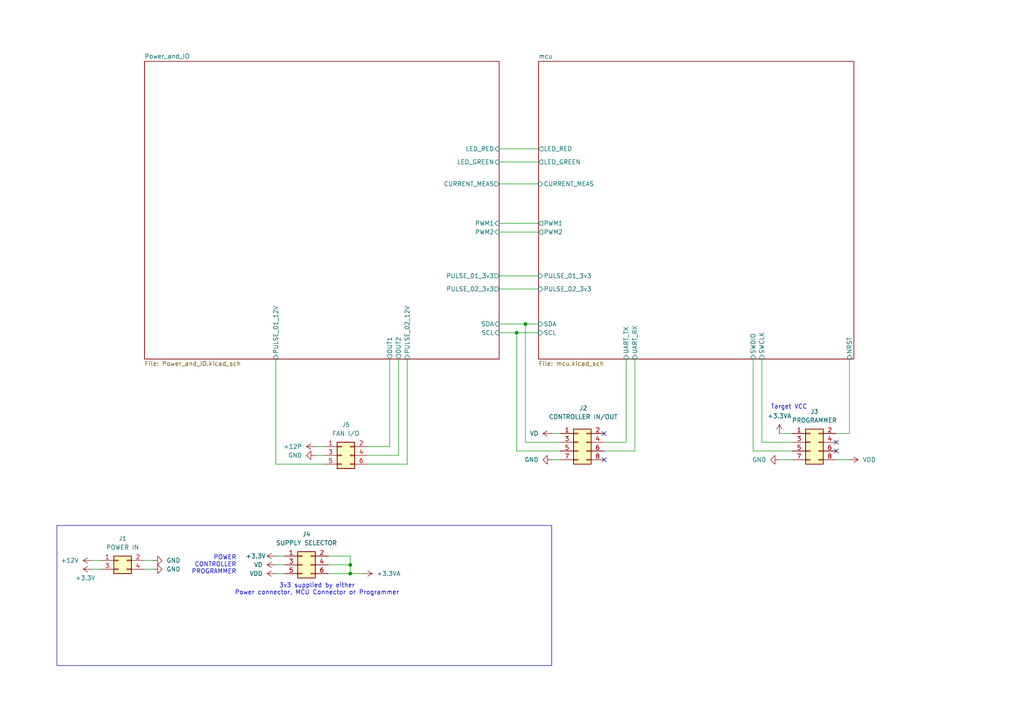
<source format=kicad_sch>
(kicad_sch (version 20231120) (generator "eeschema") (generator_version "8.0")
  (paper "A4")
  (title_block (title "Fan Controller") (date "2025-01-06") (rev "RA01"))
  (lib_symbols
    (symbol "Connector_Generic:Conn_02x02_Odd_Even" (pin_names (offset 1.016) hide)
      (property "Reference" "J" (at 1.27 2.54 0))
      (property "Value" "Conn_02x02_Odd_Even" (at 1.27 -5.08 0))
      (symbol "Conn_02x02_Odd_Even_1_1"
        (rectangle (start -1.27 -2.413) (end 0 -2.667) (stroke (width 0.1524)))
        (rectangle (start -1.27 0.127) (end 0 -0.127) (stroke (width 0.1524)))
        (rectangle (start -1.27 1.27) (end 3.81 -3.81) (stroke (width 0.254)) (fill (type background)))
        (rectangle (start 3.81 -2.413) (end 2.54 -2.667) (stroke (width 0.1524)))
        (rectangle (start 3.81 0.127) (end 2.54 -0.127) (stroke (width 0.1524)))
        (pin passive line (at -5.08 0 0) (length 3.81) (name "Pin_1") (number "1"))
        (pin passive line (at 7.62 0 180) (length 3.81) (name "Pin_2") (number "2"))
        (pin passive line (at -5.08 -2.54 0) (length 3.81) (name "Pin_3") (number "3"))
        (pin passive line (at 7.62 -2.54 180) (length 3.81) (name "Pin_4") (number "4"))
      )
    )
    (symbol "Connector_Generic:Conn_02x03_Odd_Even" (pin_names (offset 1.016) hide)
      (property "Reference" "J" (at 1.27 5.08 0))
      (property "Value" "Conn_02x03_Odd_Even" (at 1.27 -5.08 0))
      (symbol "Conn_02x03_Odd_Even_1_1"
        (rectangle (start -1.27 -2.413) (end 0 -2.667) (stroke (width 0.1524)))
        (rectangle (start -1.27 0.127) (end 0 -0.127) (stroke (width 0.1524)))
        (rectangle (start -1.27 2.667) (end 0 2.413) (stroke (width 0.1524)))
        (rectangle (start -1.27 3.81) (end 3.81 -3.81) (stroke (width 0.254)) (fill (type background)))
        (rectangle (start 3.81 -2.413) (end 2.54 -2.667) (stroke (width 0.1524)))
        (rectangle (start 3.81 0.127) (end 2.54 -0.127) (stroke (width 0.1524)))
        (rectangle (start 3.81 2.667) (end 2.54 2.413) (stroke (width 0.1524)))
        (pin passive line (at -5.08 2.54 0) (length 3.81) (name "Pin_1") (number "1"))
        (pin passive line (at 7.62 2.54 180) (length 3.81) (name "Pin_2") (number "2"))
        (pin passive line (at -5.08 0 0) (length 3.81) (name "Pin_3") (number "3"))
        (pin passive line (at 7.62 0 180) (length 3.81) (name "Pin_4") (number "4"))
        (pin passive line (at -5.08 -2.54 0) (length 3.81) (name "Pin_5") (number "5"))
        (pin passive line (at 7.62 -2.54 180) (length 3.81) (name "Pin_6") (number "6"))
      )
    )
    (symbol "Connector_Generic:Conn_02x04_Odd_Even" (pin_names (offset 1.016) hide)
      (property "Reference" "J" (at 1.27 5.08 0))
      (property "Value" "Conn_02x04_Odd_Even" (at 1.27 -7.62 0))
      (symbol "Conn_02x04_Odd_Even_1_1"
        (rectangle (start -1.27 -4.953) (end 0 -5.207) (stroke (width 0.1524)))
        (rectangle (start -1.27 -2.413) (end 0 -2.667) (stroke (width 0.1524)))
        (rectangle (start -1.27 0.127) (end 0 -0.127) (stroke (width 0.1524)))
        (rectangle (start -1.27 2.667) (end 0 2.413) (stroke (width 0.1524)))
        (rectangle (start -1.27 3.81) (end 3.81 -6.35) (stroke (width 0.254)) (fill (type background)))
        (rectangle (start 3.81 -4.953) (end 2.54 -5.207) (stroke (width 0.1524)))
        (rectangle (start 3.81 -2.413) (end 2.54 -2.667) (stroke (width 0.1524)))
        (rectangle (start 3.81 0.127) (end 2.54 -0.127) (stroke (width 0.1524)))
        (rectangle (start 3.81 2.667) (end 2.54 2.413) (stroke (width 0.1524)))
        (pin passive line (at -5.08 2.54 0) (length 3.81) (name "Pin_1") (number "1"))
        (pin passive line (at 7.62 2.54 180) (length 3.81) (name "Pin_2") (number "2"))
        (pin passive line (at -5.08 0 0) (length 3.81) (name "Pin_3") (number "3"))
        (pin passive line (at 7.62 0 180) (length 3.81) (name "Pin_4") (number "4"))
        (pin passive line (at -5.08 -2.54 0) (length 3.81) (name "Pin_5") (number "5"))
        (pin passive line (at 7.62 -2.54 180) (length 3.81) (name "Pin_6") (number "6"))
        (pin passive line (at -5.08 -5.08 0) (length 3.81) (name "Pin_7") (number "7"))
        (pin passive line (at 7.62 -5.08 180) (length 3.81) (name "Pin_8") (number "8"))
      )
    )
    (symbol "power:+12P" (power) (pin_numbers hide) (pin_names (offset 0) hide)
      (property "Value" "+12P" (at 0 3.556 0))
      (symbol "+12P_0_1"
        (polyline (pts (xy -0.762 1.27) (xy 0 2.54)))
        (polyline (pts (xy 0 0) (xy 0 2.54)))
        (polyline (pts (xy 0 2.54) (xy 0.762 1.27)))
      )
      (symbol "+12P_1_1"
        (pin power_in line (at 0 0 90) (length 0) (name "~") (number "1"))
      )
    )
    (symbol "power:+12V" (power) (pin_numbers hide) (pin_names (offset 0) hide)
      (property "Value" "+12V" (at 0 3.556 0))
      (symbol "+12V_0_1"
        (polyline (pts (xy -0.762 1.27) (xy 0 2.54)))
        (polyline (pts (xy 0 0) (xy 0 2.54)))
        (polyline (pts (xy 0 2.54) (xy 0.762 1.27)))
      )
      (symbol "+12V_1_1"
        (pin power_in line (at 0 0 90) (length 0) (name "~") (number "1"))
      )
    )
    (symbol "power:+3.3V" (power) (pin_numbers hide) (pin_names (offset 0) hide)
      (property "Value" "+3.3V" (at 0 3.556 0))
      (symbol "+3.3V_0_1"
        (polyline (pts (xy -0.762 1.27) (xy 0 2.54)))
        (polyline (pts (xy 0 0) (xy 0 2.54)))
        (polyline (pts (xy 0 2.54) (xy 0.762 1.27)))
      )
      (symbol "+3.3V_1_1"
        (pin power_in line (at 0 0 90) (length 0) (name "~") (number "1"))
      )
    )
    (symbol "power:+3.3VA" (power) (pin_numbers hide) (pin_names (offset 0) hide)
      (property "Value" "+3.3VA" (at 0 3.556 0))
      (symbol "+3.3VA_0_1"
        (polyline (pts (xy -0.762 1.27) (xy 0 2.54)))
        (polyline (pts (xy 0 0) (xy 0 2.54)))
        (polyline (pts (xy 0 2.54) (xy 0.762 1.27)))
      )
      (symbol "+3.3VA_1_1"
        (pin power_in line (at 0 0 90) (length 0) (name "~") (number "1"))
      )
    )
    (symbol "power:GND" (power) (pin_numbers hide) (pin_names (offset 0) hide)
      (property "Value" "GND" (at 0 -3.81 0))
      (symbol "GND_0_1"
        (polyline (pts (xy 0 0) (xy 0 -1.27) (xy 1.27 -1.27) (xy 0 -2.54) (xy -1.27 -1.27) (xy 0 -1.27)))
      )
      (symbol "GND_1_1"
        (pin power_in line (at 0 0 270) (length 0) (name "~") (number "1"))
      )
    )
    (symbol "power:VD" (power) (pin_numbers hide) (pin_names (offset 0) hide)
      (property "Value" "VD" (at 0 3.556 0))
      (symbol "VD_0_1"
        (polyline (pts (xy -0.762 1.27) (xy 0 2.54)))
        (polyline (pts (xy 0 0) (xy 0 2.54)))
        (polyline (pts (xy 0 2.54) (xy 0.762 1.27)))
      )
      (symbol "VD_1_1"
        (pin power_in line (at 0 0 90) (length 0) (name "~") (number "1"))
      )
    )
    (symbol "power:VDD" (power) (pin_numbers hide) (pin_names (offset 0) hide)
      (property "Value" "VDD" (at 0 3.556 0))
      (symbol "VDD_0_1"
        (polyline (pts (xy -0.762 1.27) (xy 0 2.54)))
        (polyline (pts (xy 0 0) (xy 0 2.54)))
        (polyline (pts (xy 0 2.54) (xy 0.762 1.27)))
      )
      (symbol "VDD_1_1"
        (pin power_in line (at 0 0 90) (length 0) (name "~") (number "1"))
      )
    )
  )
  (junction (at 152.4 93.98))
  (junction (at 149.86 96.52))
  (junction (at 101.6 163.83))
  (junction (at 101.6 166.37))
  (no_connect (at 242.57 128.27))
  (no_connect (at 175.26 133.35))
  (no_connect (at 175.26 125.73))
  (no_connect (at 242.57 130.81))
  (wire (pts (xy 144.78 67.31) (xy 156.21 67.31)))
  (wire (pts (xy 242.57 125.73) (xy 246.38 125.73)))
  (wire (pts (xy 41.91 165.1) (xy 44.45 165.1)))
  (wire (pts (xy 246.38 104.14) (xy 246.38 125.73)))
  (wire (pts (xy 175.26 130.81) (xy 184.15 130.81)))
  (wire (pts (xy 220.98 128.27) (xy 220.98 104.14)))
  (wire (pts (xy 184.15 130.81) (xy 184.15 104.14)))
  (wire (pts (xy 218.44 130.81) (xy 218.44 104.14)))
  (wire (pts (xy 175.26 128.27) (xy 181.61 128.27)))
  (wire (pts (xy 152.4 93.98) (xy 152.4 128.27)))
  (wire (pts (xy 160.02 133.35) (xy 162.56 133.35)))
  (wire (pts (xy 80.01 163.83) (xy 82.55 163.83)))
  (wire (pts (xy 80.01 134.62) (xy 80.01 104.14)))
  (wire (pts (xy 144.78 96.52) (xy 149.86 96.52)))
  (wire (pts (xy 101.6 161.29) (xy 101.6 163.83)))
  (wire (pts (xy 106.68 132.08) (xy 115.57 132.08)))
  (wire (pts (xy 181.61 128.27) (xy 181.61 104.14)))
  (wire (pts (xy 115.57 132.08) (xy 115.57 104.14)))
  (wire (pts (xy 95.25 166.37) (xy 101.6 166.37)))
  (wire (pts (xy 95.25 163.83) (xy 101.6 163.83)))
  (wire (pts (xy 152.4 128.27) (xy 162.56 128.27)))
  (wire (pts (xy 144.78 80.01) (xy 156.21 80.01)))
  (wire (pts (xy 149.86 130.81) (xy 162.56 130.81)))
  (wire (pts (xy 80.01 166.37) (xy 82.55 166.37)))
  (wire (pts (xy 95.25 161.29) (xy 101.6 161.29)))
  (wire (pts (xy 160.02 125.73) (xy 162.56 125.73)))
  (wire (pts (xy 144.78 53.34) (xy 156.21 53.34)))
  (wire (pts (xy 149.86 96.52) (xy 156.21 96.52)))
  (wire (pts (xy 144.78 64.77) (xy 156.21 64.77)))
  (wire (pts (xy 152.4 93.98) (xy 156.21 93.98)))
  (wire (pts (xy 106.68 129.54) (xy 113.03 129.54)))
  (wire (pts (xy 106.68 134.62) (xy 118.11 134.62)))
  (wire (pts (xy 26.67 165.1) (xy 29.21 165.1)))
  (wire (pts (xy 91.44 132.08) (xy 93.98 132.08)))
  (wire (pts (xy 144.78 93.98) (xy 152.4 93.98)))
  (wire (pts (xy 41.91 162.56) (xy 44.45 162.56)))
  (wire (pts (xy 26.67 162.56) (xy 29.21 162.56)))
  (wire (pts (xy 80.01 134.62) (xy 93.98 134.62)))
  (wire (pts (xy 105.41 166.37) (xy 101.6 166.37)))
  (wire (pts (xy 144.78 46.99) (xy 156.21 46.99)))
  (wire (pts (xy 220.98 128.27) (xy 229.87 128.27)))
  (wire (pts (xy 226.06 133.35) (xy 229.87 133.35)))
  (wire (pts (xy 226.06 125.73) (xy 229.87 125.73)))
  (wire (pts (xy 242.57 133.35) (xy 246.38 133.35)))
  (wire (pts (xy 149.86 96.52) (xy 149.86 130.81)))
  (wire (pts (xy 101.6 166.37) (xy 101.6 163.83)))
  (wire (pts (xy 113.03 129.54) (xy 113.03 104.14)))
  (wire (pts (xy 118.11 134.62) (xy 118.11 104.14)))
  (wire (pts (xy 82.55 161.29) (xy 80.01 161.29)))
  (wire (pts (xy 144.78 43.18) (xy 156.21 43.18)))
  (wire (pts (xy 91.44 129.54) (xy 93.98 129.54)))
  (wire (pts (xy 218.44 130.81) (xy 229.87 130.81)))
  (wire (pts (xy 144.78 83.82) (xy 156.21 83.82)))
  (rectangle (start 16.51 152.4) (end 160.02 193.04))
  (text "3v3 supplied by either\nPower connector, MCU Connector or Programmer\n" (at 91.948 170.942 0) (effects (font (size 1.27 1.27))))
  (text "Target VCC" (at 228.854 118.11 0) (effects (font (size 1.27 1.27))))
  (text "POWER\nCONTROLLER\nPROGRAMMER" (at 68.58 163.83 0) (effects (font (size 1.27 1.27)) (justify right)))
  (symbol (lib_id "Connector_Generic:Conn_02x03_Odd_Even") (at 99.06 132.08 0) (unit 1)
    (property "Reference" "J5" (at 100.33 123.19 0))
    (property "Value" "FAN I/O" (at 100.33 125.73 0))
    (property "Description" "Generic connector, double row, 02x03, odd/even pin numbering scheme (row 1 odd numbers, row 2 even numbers), script generated (kicad-library-utils/schlib/autogen/connector/)" (effects (hide yes)))
  )
  (symbol (lib_id "Connector_Generic:Conn_02x04_Odd_Even") (at 234.95 128.27 0) (unit 1)
    (property "Reference" "J3" (at 236.22 119.38 0))
    (property "Value" "PROGRAMMER" (at 236.22 121.92 0))
    (property "Description" "Generic connector, double row, 02x04, odd/even pin numbering scheme (row 1 odd numbers, row 2 even numbers), script generated (kicad-library-utils/schlib/autogen/connector/)" (effects (hide yes)))
  )
  (symbol (lib_id "power:GND") (at 91.44 132.08 270) (unit 1)
    (property "Reference" "#PWR014" (effects (hide yes)))
    (property "Value" "GND" (at 87.63 132.0799 90) (effects (justify right)))
    (property "Description" "Power symbol creates a global label with name \"GND\" , ground" (effects (hide yes)))
  )
  (symbol (lib_id "power:VDD") (at 246.38 133.35 270) (unit 1)
    (property "Reference" "#PWR039" (effects (hide yes)))
    (property "Value" "VDD" (at 250.19 133.3499 90) (effects (justify left)))
    (property "Description" "Power symbol creates a global label with name \"VDD\"" (effects (hide yes)))
  )
  (symbol (lib_id "power:VD") (at 80.01 163.83 90) (unit 1)
    (property "Reference" "#PWR036" (effects (hide yes)))
    (property "Value" "VD" (at 76.2 163.8299 90) (effects (justify left)))
    (property "Description" "Power symbol creates a global label with name \"VD\"" (effects (hide yes)))
  )
  (symbol (lib_id "power:+12P") (at 91.44 129.54 90) (unit 1)
    (property "Reference" "#PWR034" (effects (hide yes)))
    (property "Value" "+12P" (at 87.63 129.5399 90) (effects (justify left)))
    (property "Description" "Power symbol creates a global label with name \"+12P\"" (effects (hide yes)))
  )
  (symbol (lib_id "power:+3.3V") (at 26.67 165.1 90) (unit 1)
    (property "Reference" "#PWR021" (effects (hide yes)))
    (property "Value" "+3.3V" (at 27.686 167.64 90) (effects (justify left)))
    (property "Description" "Power symbol creates a global label with name \"+3.3V\"" (effects (hide yes)))
  )
  (symbol (lib_id "power:GND") (at 160.02 133.35 270) (unit 1)
    (property "Reference" "#PWR04" (effects (hide yes)))
    (property "Value" "GND" (at 156.21 133.3499 90) (effects (justify right)))
    (property "Description" "Power symbol creates a global label with name \"GND\" , ground" (effects (hide yes)))
  )
  (symbol (lib_id "power:VDD") (at 80.01 166.37 90) (unit 1)
    (property "Reference" "#PWR037" (effects (hide yes)))
    (property "Value" "VDD" (at 76.2 166.3699 90) (effects (justify left)))
    (property "Description" "Power symbol creates a global label with name \"VDD\"" (effects (hide yes)))
  )
  (symbol (lib_id "power:+3.3VA") (at 105.41 166.37 270) (unit 1)
    (property "Reference" "#PWR035" (effects (hide yes)))
    (property "Value" "+3.3VA" (at 109.22 166.3699 90) (effects (justify left)))
    (property "Description" "Power symbol creates a global label with name \"+3.3VA\"" (effects (hide yes)))
  )
  (symbol (lib_id "power:GND") (at 44.45 162.56 90) (unit 1)
    (property "Reference" "#PWR016" (effects (hide yes)))
    (property "Value" "GND" (at 48.26 162.5599 90) (effects (justify right)))
    (property "Description" "Power symbol creates a global label with name \"GND\" , ground" (effects (hide yes)))
  )
  (symbol (lib_id "power:GND") (at 44.45 165.1 90) (unit 1)
    (property "Reference" "#PWR015" (effects (hide yes)))
    (property "Value" "GND" (at 48.26 165.0999 90) (effects (justify right)))
    (property "Description" "Power symbol creates a global label with name \"GND\" , ground" (effects (hide yes)))
  )
  (symbol (lib_id "power:+3.3V") (at 80.01 161.29 90) (unit 1)
    (property "Reference" "#PWR013" (effects (hide yes)))
    (property "Value" "+3.3V" (at 74.168 161.29 90))
    (property "Description" "Power symbol creates a global label with name \"+3.3V\"" (effects (hide yes)))
  )
  (symbol (lib_id "Connector_Generic:Conn_02x02_Odd_Even") (at 34.29 162.56 0) (unit 1)
    (property "Reference" "J1" (at 35.56 156.21 0))
    (property "Value" "POWER IN" (at 35.56 158.75 0))
    (property "Description" "Generic connector, double row, 02x02, odd/even pin numbering scheme (row 1 odd numbers, row 2 even numbers), script generated (kicad-library-utils/schlib/autogen/connector/)" (effects (hide yes)))
  )
  (symbol (lib_id "Connector_Generic:Conn_02x04_Odd_Even") (at 167.64 128.27 0) (unit 1)
    (property "Reference" "J2" (at 169.164 118.364 0))
    (property "Value" "CONTROLLER IN/OUT" (at 169.164 120.904 0))
    (property "Description" "Generic connector, double row, 02x04, odd/even pin numbering scheme (row 1 odd numbers, row 2 even numbers), script generated (kicad-library-utils/schlib/autogen/connector/)" (effects (hide yes)))
  )
  (symbol (lib_id "power:+12V") (at 26.67 162.56 90) (unit 1)
    (property "Reference" "#PWR038" (effects (hide yes)))
    (property "Value" "+12V" (at 22.86 162.5599 90) (effects (justify left)))
    (property "Description" "Power symbol creates a global label with name \"+12V\"" (effects (hide yes)))
  )
  (symbol (lib_id "power:VD") (at 160.02 125.73 90) (unit 1)
    (property "Reference" "#PWR023" (effects (hide yes)))
    (property "Value" "VD" (at 156.21 125.7299 90) (effects (justify left)))
    (property "Description" "Power symbol creates a global label with name \"VD\"" (effects (hide yes)))
  )
  (symbol (lib_id "power:GND") (at 226.06 133.35 270) (unit 1)
    (property "Reference" "#PWR026" (effects (hide yes)))
    (property "Value" "GND" (at 222.25 133.3499 90) (effects (justify right)))
    (property "Description" "Power symbol creates a global label with name \"GND\" , ground" (effects (hide yes)))
  )
  (symbol (lib_id "power:+3.3VA") (at 226.06 125.73 0) (unit 1)
    (property "Reference" "#PWR025" (effects (hide yes)))
    (property "Value" "+3.3VA" (at 226.06 120.65 0))
    (property "Description" "Power symbol creates a global label with name \"+3.3VA\"" (effects (hide yes)))
  )
  (symbol (lib_id "Connector_Generic:Conn_02x03_Odd_Even") (at 87.63 163.83 0) (unit 1)
    (property "Reference" "J4" (at 88.9 154.94 0))
    (property "Value" "SUPPLY SELECTOR" (at 88.9 157.48 0))
    (property "Description" "Generic connector, double row, 02x03, odd/even pin numbering scheme (row 1 odd numbers, row 2 even numbers), script generated (kicad-library-utils/schlib/autogen/connector/)" (effects (hide yes)))
  )
  (sheet (at 156.21 17.78) (size 91.44 86.36) (stroke (width 0.1524))
    (property "Sheetname" "mcu" (at 156.21 17.0684 0) (effects (justify left bottom)))
    (property "Sheetfile" "mcu.kicad_sch" (at 156.21 104.7246 0) (effects (justify left top)))
    (pin "CURRENT_MEAS" input (at 156.21 53.34 180))
    (pin "LED_RED" output (at 156.21 43.18 180))
    (pin "LED_GREEN" output (at 156.21 46.99 180))
    (pin "PULSE_02_3v3" input (at 156.21 83.82 180))
    (pin "PULSE_01_3v3" input (at 156.21 80.01 180))
    (pin "SDA" input (at 156.21 93.98 180))
    (pin "SWDIO" input (at 218.44 104.14 270))
    (pin "SCL" input (at 156.21 96.52 180))
    (pin "SWCLK" input (at 220.98 104.14 270))
    (pin "UART_TX" input (at 181.61 104.14 270))
    (pin "UART_RX" input (at 184.15 104.14 270))
    (pin "PWM2" output (at 156.21 67.31 180))
    (pin "PWM1" output (at 156.21 64.77 180))
    (pin "NRST" input (at 246.38 104.14 270))
  )
  (sheet (at 41.91 17.78) (size 102.87 86.36) (stroke (width 0.1524))
    (property "Sheetname" "Power_and_IO" (at 41.91 17.0684 0) (effects (justify left bottom)))
    (property "Sheetfile" "Power_and_IO.kicad_sch" (at 41.91 104.7246 0) (effects (justify left top)))
    (pin "PULSE_02_3v3" output (at 144.78 83.82 0))
    (pin "PULSE_01_12V" input (at 80.01 104.14 270))
    (pin "PULSE_02_12V" input (at 118.11 104.14 270))
    (pin "PULSE_01_3v3" output (at 144.78 80.01 0))
    (pin "LED_RED" input (at 144.78 43.18 0))
    (pin "LED_GREEN" input (at 144.78 46.99 0))
    (pin "SDA" input (at 144.78 93.98 0))
    (pin "SCL" input (at 144.78 96.52 0))
    (pin "CURRENT_MEAS" output (at 144.78 53.34 0))
    (pin "PWM2" input (at 144.78 67.31 0))
    (pin "PWM1" input (at 144.78 64.77 0))
    (pin "OUT2" output (at 115.57 104.14 270))
    (pin "OUT1" output (at 113.03 104.14 270))
  )
)
</source>
